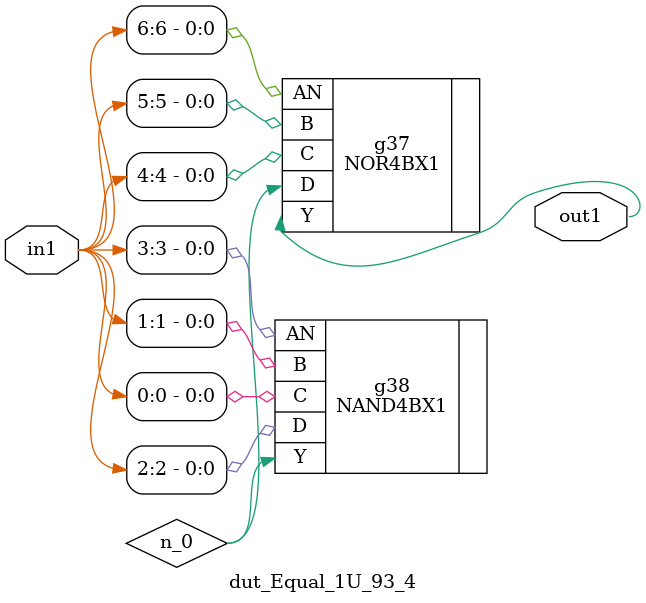
<source format=v>
`timescale 1ps / 1ps


module dut_Equal_1U_93_4(in1, out1);
  input [6:0] in1;
  output out1;
  wire [6:0] in1;
  wire out1;
  wire n_0;
  NOR4BX1 g37(.AN (in1[6]), .B (in1[5]), .C (in1[4]), .D (n_0), .Y
       (out1));
  NAND4BX1 g38(.AN (in1[3]), .B (in1[1]), .C (in1[0]), .D (in1[2]), .Y
       (n_0));
endmodule



</source>
